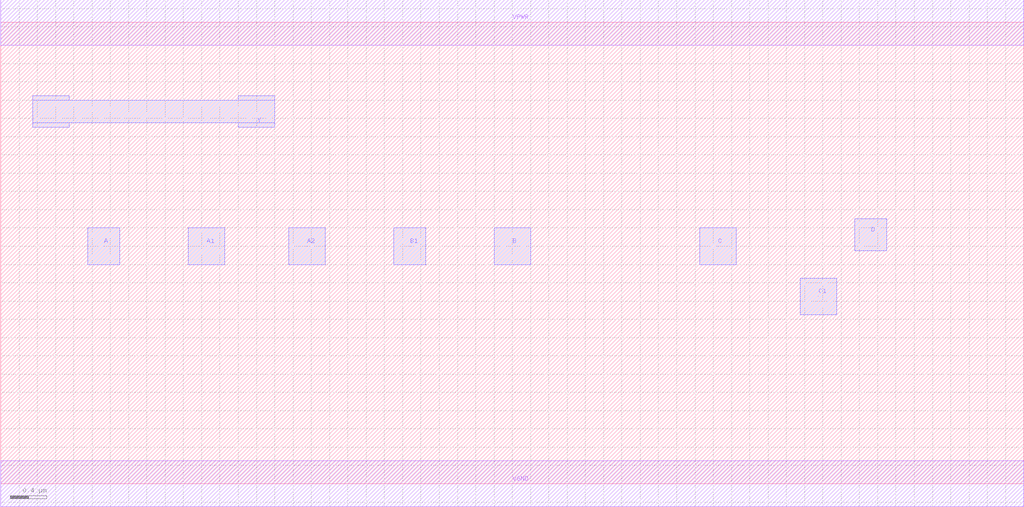
<source format=lef>
VERSION 5.7 ;
  NOWIREEXTENSIONATPIN ON ;
  DIVIDERCHAR "/" ;
  BUSBITCHARS "[]" ;
MACRO AAAOI3221
  CLASS CORE ;
  FOREIGN AAAOI3221 ;
  ORIGIN 0.000 0.000 ;
  SIZE 11.200 BY 5.050 ;
  SYMMETRY X Y R90 ;
  SITE unit ;
  PIN VPWR
    DIRECTION INOUT ;
    USE POWER ;
    SHAPE ABUTMENT ;
    PORT
      LAYER Metal1 ;
        RECT 0.000 4.800 11.200 5.300 ;
    END
  END VPWR
  PIN VGND
    DIRECTION INOUT ;
    USE GROUND ;
    SHAPE ABUTMENT ;
    PORT
      LAYER Metal1 ;
        RECT 0.000 -0.250 11.200 0.250 ;
    END
  END VGND
  PIN Y
    DIRECTION INOUT ;
    USE SIGNAL ;
    SHAPE ABUTMENT ;
    PORT
      LAYER Metal2 ;
        RECT 0.350 4.200 0.750 4.250 ;
        RECT 2.600 4.200 3.000 4.250 ;
        RECT 0.350 3.950 3.000 4.200 ;
        RECT 0.350 3.900 0.750 3.950 ;
        RECT 2.600 3.900 3.000 3.950 ;
    END
  END Y
  PIN A1
    DIRECTION INOUT ;
    USE SIGNAL ;
    SHAPE ABUTMENT ;
    PORT
      LAYER Metal2 ;
        RECT 2.050 2.400 2.450 2.800 ;
    END
  END A1
  PIN B1
    DIRECTION INOUT ;
    USE SIGNAL ;
    SHAPE ABUTMENT ;
    PORT
      LAYER Metal2 ;
        RECT 4.300 2.400 4.650 2.800 ;
    END
  END B1
  PIN D
    DIRECTION INOUT ;
    USE SIGNAL ;
    SHAPE ABUTMENT ;
    PORT
      LAYER Metal2 ;
        RECT 9.350 2.550 9.700 2.900 ;
    END
  END D
  PIN A2
    DIRECTION INOUT ;
    USE SIGNAL ;
    SHAPE ABUTMENT ;
    PORT
      LAYER Metal2 ;
        RECT 3.150 2.400 3.550 2.800 ;
    END
  END A2
  PIN B
    DIRECTION INOUT ;
    USE SIGNAL ;
    SHAPE ABUTMENT ;
    PORT
      LAYER Metal2 ;
        RECT 5.400 2.400 5.800 2.800 ;
    END
  END B
  PIN C
    DIRECTION INOUT ;
    USE SIGNAL ;
    SHAPE ABUTMENT ;
    PORT
      LAYER Metal2 ;
        RECT 7.650 2.400 8.050 2.800 ;
    END
  END C
  PIN C1
    DIRECTION INOUT ;
    USE SIGNAL ;
    SHAPE ABUTMENT ;
    PORT
      LAYER Metal2 ;
        RECT 8.750 1.850 9.150 2.250 ;
    END
  END C1
  PIN A
    DIRECTION INOUT ;
    USE SIGNAL ;
    SHAPE ABUTMENT ;
    PORT
      LAYER Metal2 ;
        RECT 0.950 2.400 1.300 2.800 ;
    END
  END A
END AAAOI3221
END LIBRARY


</source>
